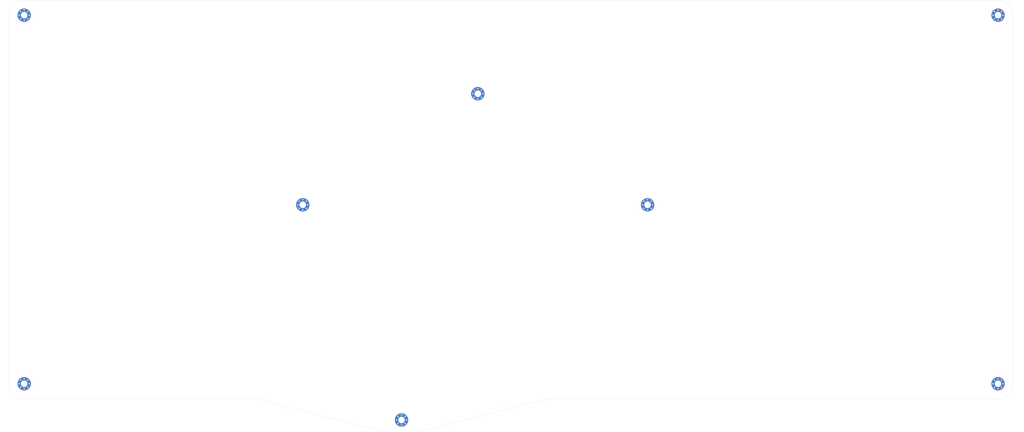
<source format=kicad_pcb>
(kicad_pcb (version 20171130) (host pcbnew 5.1.5+dfsg1-2build2)

  (general
    (thickness 1.6)
    (drawings 13)
    (tracks 0)
    (zones 0)
    (modules 8)
    (nets 2)
  )

  (page A3)
  (layers
    (0 F.Cu signal)
    (31 B.Cu signal)
    (32 B.Adhes user)
    (33 F.Adhes user)
    (34 B.Paste user)
    (35 F.Paste user)
    (36 B.SilkS user)
    (37 F.SilkS user)
    (38 B.Mask user)
    (39 F.Mask user)
    (40 Dwgs.User user)
    (41 Cmts.User user)
    (42 Eco1.User user)
    (43 Eco2.User user)
    (44 Edge.Cuts user)
    (45 Margin user)
    (46 B.CrtYd user)
    (47 F.CrtYd user)
    (48 B.Fab user)
    (49 F.Fab user)
  )

  (setup
    (last_trace_width 0.254)
    (user_trace_width 0.254)
    (trace_clearance 0.2)
    (zone_clearance 0.508)
    (zone_45_only no)
    (trace_min 0.2)
    (via_size 0.8)
    (via_drill 0.4)
    (via_min_size 0.4)
    (via_min_drill 0.3)
    (uvia_size 0.3)
    (uvia_drill 0.1)
    (uvias_allowed no)
    (uvia_min_size 0.2)
    (uvia_min_drill 0.1)
    (edge_width 0.05)
    (segment_width 0.2)
    (pcb_text_width 0.3)
    (pcb_text_size 1.5 1.5)
    (mod_edge_width 0.12)
    (mod_text_size 1 1)
    (mod_text_width 0.15)
    (pad_size 4.4 4.4)
    (pad_drill 2.2)
    (pad_to_mask_clearance 0.05)
    (aux_axis_origin 55.88 78.232)
    (grid_origin 55.89 78.232)
    (visible_elements 7FFFFFFF)
    (pcbplotparams
      (layerselection 0x010fc_ffffffff)
      (usegerberextensions false)
      (usegerberattributes true)
      (usegerberadvancedattributes true)
      (creategerberjobfile true)
      (excludeedgelayer true)
      (linewidth 0.100000)
      (plotframeref false)
      (viasonmask false)
      (mode 1)
      (useauxorigin false)
      (hpglpennumber 1)
      (hpglpenspeed 20)
      (hpglpendiameter 15.000000)
      (psnegative false)
      (psa4output false)
      (plotreference true)
      (plotvalue true)
      (plotinvisibletext false)
      (padsonsilk false)
      (subtractmaskfromsilk false)
      (outputformat 1)
      (mirror false)
      (drillshape 0)
      (scaleselection 1)
      (outputdirectory "gerber/"))
  )

  (net 0 "")
  (net 1 GND)

  (net_class Default "This is the default net class."
    (clearance 0.2)
    (trace_width 0.254)
    (via_dia 0.8)
    (via_drill 0.4)
    (uvia_dia 0.3)
    (uvia_drill 0.1)
  )

  (module keyboard:MountingHole_2.2mm_M2_Pad_Via (layer F.Cu) (tedit 613D0AD2) (tstamp 613D0ECB)
    (at 60.88 83.232)
    (descr "Mounting Hole 2.2mm, M2")
    (tags "mounting hole 2.2mm m2")
    (path /613EE8B0)
    (attr virtual)
    (fp_text reference MountBaseMiddleTop1 (at 0 -3.2) (layer F.SilkS) hide
      (effects (font (size 1 1) (thickness 0.15)))
    )
    (fp_text value MountingHole (at 0 3.2) (layer F.Fab)
      (effects (font (size 1 1) (thickness 0.15)))
    )
    (fp_circle (center 0 0) (end 2.2 0) (layer Cmts.User) (width 0.15))
    (fp_circle (center 0 0) (end 2.45 0) (layer F.CrtYd) (width 0.05))
    (fp_text user %R (at 0.3 0) (layer F.Fab)
      (effects (font (size 1 1) (thickness 0.15)))
    )
    (pad 1 thru_hole circle (at 1.166726 -1.166726) (size 0.7 0.7) (drill 0.4) (layers *.Cu *.Mask))
    (pad 1 thru_hole circle (at 0 -1.65) (size 0.7 0.7) (drill 0.4) (layers *.Cu *.Mask))
    (pad 1 thru_hole circle (at -1.166726 -1.166726) (size 0.7 0.7) (drill 0.4) (layers *.Cu *.Mask))
    (pad 1 thru_hole circle (at -1.65 0) (size 0.7 0.7) (drill 0.4) (layers *.Cu *.Mask))
    (pad 1 thru_hole circle (at -1.166726 1.166726) (size 0.7 0.7) (drill 0.4) (layers *.Cu *.Mask))
    (pad 1 thru_hole circle (at 0 1.65) (size 0.7 0.7) (drill 0.4) (layers *.Cu *.Mask))
    (pad 1 thru_hole circle (at 1.166726 1.166726) (size 0.7 0.7) (drill 0.4) (layers *.Cu *.Mask))
    (pad 1 thru_hole circle (at 1.65 0) (size 0.7 0.7) (drill 0.4) (layers *.Cu *.Mask))
    (pad 1 thru_hole circle (at 0 0) (size 4.4 4.4) (drill 2.2) (layers *.Cu *.Mask))
  )

  (module keyboard:MountingHole_2.2mm_M2_Pad_Via (layer F.Cu) (tedit 613D0AD2) (tstamp 613D0EDE)
    (at 60.89 205.232)
    (descr "Mounting Hole 2.2mm, M2")
    (tags "mounting hole 2.2mm m2")
    (path /613F05DB)
    (attr virtual)
    (fp_text reference MountBaseMiddleTop2 (at 0 -3.2) (layer F.SilkS) hide
      (effects (font (size 1 1) (thickness 0.15)))
    )
    (fp_text value MountingHole (at 0 3.2) (layer F.Fab)
      (effects (font (size 1 1) (thickness 0.15)))
    )
    (fp_circle (center 0 0) (end 2.2 0) (layer Cmts.User) (width 0.15))
    (fp_circle (center 0 0) (end 2.45 0) (layer F.CrtYd) (width 0.05))
    (fp_text user %R (at 0.3 0) (layer F.Fab)
      (effects (font (size 1 1) (thickness 0.15)))
    )
    (pad 1 thru_hole circle (at 1.166726 -1.166726) (size 0.7 0.7) (drill 0.4) (layers *.Cu *.Mask))
    (pad 1 thru_hole circle (at 0 -1.65) (size 0.7 0.7) (drill 0.4) (layers *.Cu *.Mask))
    (pad 1 thru_hole circle (at -1.166726 -1.166726) (size 0.7 0.7) (drill 0.4) (layers *.Cu *.Mask))
    (pad 1 thru_hole circle (at -1.65 0) (size 0.7 0.7) (drill 0.4) (layers *.Cu *.Mask))
    (pad 1 thru_hole circle (at -1.166726 1.166726) (size 0.7 0.7) (drill 0.4) (layers *.Cu *.Mask))
    (pad 1 thru_hole circle (at 0 1.65) (size 0.7 0.7) (drill 0.4) (layers *.Cu *.Mask))
    (pad 1 thru_hole circle (at 1.166726 1.166726) (size 0.7 0.7) (drill 0.4) (layers *.Cu *.Mask))
    (pad 1 thru_hole circle (at 1.65 0) (size 0.7 0.7) (drill 0.4) (layers *.Cu *.Mask))
    (pad 1 thru_hole circle (at 0 0) (size 4.4 4.4) (drill 2.2) (layers *.Cu *.Mask))
  )

  (module keyboard:MountingHole_2.2mm_M2_Pad_Via (layer F.Cu) (tedit 613D0AD2) (tstamp 613D98E4)
    (at 382.89 83.232)
    (descr "Mounting Hole 2.2mm, M2")
    (tags "mounting hole 2.2mm m2")
    (path /6140E5D0)
    (attr virtual)
    (fp_text reference MountBaseMiddleTop3 (at 0 -3.2) (layer F.SilkS) hide
      (effects (font (size 1 1) (thickness 0.15)))
    )
    (fp_text value MountingHole (at 0 3.2) (layer F.Fab)
      (effects (font (size 1 1) (thickness 0.15)))
    )
    (fp_circle (center 0 0) (end 2.2 0) (layer Cmts.User) (width 0.15))
    (fp_circle (center 0 0) (end 2.45 0) (layer F.CrtYd) (width 0.05))
    (fp_text user %R (at 0.3 0) (layer F.Fab)
      (effects (font (size 1 1) (thickness 0.15)))
    )
    (pad 1 thru_hole circle (at 1.166726 -1.166726) (size 0.7 0.7) (drill 0.4) (layers *.Cu *.Mask))
    (pad 1 thru_hole circle (at 0 -1.65) (size 0.7 0.7) (drill 0.4) (layers *.Cu *.Mask))
    (pad 1 thru_hole circle (at -1.166726 -1.166726) (size 0.7 0.7) (drill 0.4) (layers *.Cu *.Mask))
    (pad 1 thru_hole circle (at -1.65 0) (size 0.7 0.7) (drill 0.4) (layers *.Cu *.Mask))
    (pad 1 thru_hole circle (at -1.166726 1.166726) (size 0.7 0.7) (drill 0.4) (layers *.Cu *.Mask))
    (pad 1 thru_hole circle (at 0 1.65) (size 0.7 0.7) (drill 0.4) (layers *.Cu *.Mask))
    (pad 1 thru_hole circle (at 1.166726 1.166726) (size 0.7 0.7) (drill 0.4) (layers *.Cu *.Mask))
    (pad 1 thru_hole circle (at 1.65 0) (size 0.7 0.7) (drill 0.4) (layers *.Cu *.Mask))
    (pad 1 thru_hole circle (at 0 0) (size 4.4 4.4) (drill 2.2) (layers *.Cu *.Mask))
  )

  (module keyboard:MountingHole_2.2mm_M2_Pad_Via (layer F.Cu) (tedit 613D0AD2) (tstamp 613D9911)
    (at 382.89 205.232)
    (descr "Mounting Hole 2.2mm, M2")
    (tags "mounting hole 2.2mm m2")
    (path /6142C521)
    (attr virtual)
    (fp_text reference MountBaseMiddleTop4 (at 0 -3.2) (layer F.SilkS) hide
      (effects (font (size 1 1) (thickness 0.15)))
    )
    (fp_text value MountingHole (at 0 3.2) (layer F.Fab)
      (effects (font (size 1 1) (thickness 0.15)))
    )
    (fp_circle (center 0 0) (end 2.2 0) (layer Cmts.User) (width 0.15))
    (fp_circle (center 0 0) (end 2.45 0) (layer F.CrtYd) (width 0.05))
    (fp_text user %R (at 0.3 0) (layer F.Fab)
      (effects (font (size 1 1) (thickness 0.15)))
    )
    (pad 1 thru_hole circle (at 1.166726 -1.166726) (size 0.7 0.7) (drill 0.4) (layers *.Cu *.Mask))
    (pad 1 thru_hole circle (at 0 -1.65) (size 0.7 0.7) (drill 0.4) (layers *.Cu *.Mask))
    (pad 1 thru_hole circle (at -1.166726 -1.166726) (size 0.7 0.7) (drill 0.4) (layers *.Cu *.Mask))
    (pad 1 thru_hole circle (at -1.65 0) (size 0.7 0.7) (drill 0.4) (layers *.Cu *.Mask))
    (pad 1 thru_hole circle (at -1.166726 1.166726) (size 0.7 0.7) (drill 0.4) (layers *.Cu *.Mask))
    (pad 1 thru_hole circle (at 0 1.65) (size 0.7 0.7) (drill 0.4) (layers *.Cu *.Mask))
    (pad 1 thru_hole circle (at 1.166726 1.166726) (size 0.7 0.7) (drill 0.4) (layers *.Cu *.Mask))
    (pad 1 thru_hole circle (at 1.65 0) (size 0.7 0.7) (drill 0.4) (layers *.Cu *.Mask))
    (pad 1 thru_hole circle (at 0 0) (size 4.4 4.4) (drill 2.2) (layers *.Cu *.Mask))
  )

  (module keyboard:MountingHole_2.2mm_M2_Pad_Via (layer F.Cu) (tedit 613D0AD2) (tstamp 613D0F17)
    (at 267 146)
    (descr "Mounting Hole 2.2mm, M2")
    (tags "mounting hole 2.2mm m2")
    (path /6144A4AD)
    (attr virtual)
    (fp_text reference MountBaseMiddleTop5 (at 0 -3.2) (layer F.SilkS) hide
      (effects (font (size 1 1) (thickness 0.15)))
    )
    (fp_text value MountingHole (at 0 3.2) (layer F.Fab)
      (effects (font (size 1 1) (thickness 0.15)))
    )
    (fp_circle (center 0 0) (end 2.2 0) (layer Cmts.User) (width 0.15))
    (fp_circle (center 0 0) (end 2.45 0) (layer F.CrtYd) (width 0.05))
    (fp_text user %R (at 0.3 0) (layer F.Fab)
      (effects (font (size 1 1) (thickness 0.15)))
    )
    (pad 1 thru_hole circle (at 1.166726 -1.166726) (size 0.7 0.7) (drill 0.4) (layers *.Cu *.Mask))
    (pad 1 thru_hole circle (at 0 -1.65) (size 0.7 0.7) (drill 0.4) (layers *.Cu *.Mask))
    (pad 1 thru_hole circle (at -1.166726 -1.166726) (size 0.7 0.7) (drill 0.4) (layers *.Cu *.Mask))
    (pad 1 thru_hole circle (at -1.65 0) (size 0.7 0.7) (drill 0.4) (layers *.Cu *.Mask))
    (pad 1 thru_hole circle (at -1.166726 1.166726) (size 0.7 0.7) (drill 0.4) (layers *.Cu *.Mask))
    (pad 1 thru_hole circle (at 0 1.65) (size 0.7 0.7) (drill 0.4) (layers *.Cu *.Mask))
    (pad 1 thru_hole circle (at 1.166726 1.166726) (size 0.7 0.7) (drill 0.4) (layers *.Cu *.Mask))
    (pad 1 thru_hole circle (at 1.65 0) (size 0.7 0.7) (drill 0.4) (layers *.Cu *.Mask))
    (pad 1 thru_hole circle (at 0 0) (size 4.4 4.4) (drill 2.2) (layers *.Cu *.Mask))
  )

  (module keyboard:MountingHole_2.2mm_M2_Pad_Via (layer F.Cu) (tedit 613D0AD2) (tstamp 613D0F2A)
    (at 153 146)
    (descr "Mounting Hole 2.2mm, M2")
    (tags "mounting hole 2.2mm m2")
    (path /61468462)
    (attr virtual)
    (fp_text reference MountBaseMiddleTop6 (at 0 -3.2) (layer F.SilkS) hide
      (effects (font (size 1 1) (thickness 0.15)))
    )
    (fp_text value MountingHole (at 0 3.2) (layer F.Fab)
      (effects (font (size 1 1) (thickness 0.15)))
    )
    (fp_circle (center 0 0) (end 2.2 0) (layer Cmts.User) (width 0.15))
    (fp_circle (center 0 0) (end 2.45 0) (layer F.CrtYd) (width 0.05))
    (fp_text user %R (at 0.3 0) (layer F.Fab)
      (effects (font (size 1 1) (thickness 0.15)))
    )
    (pad 1 thru_hole circle (at 1.166726 -1.166726) (size 0.7 0.7) (drill 0.4) (layers *.Cu *.Mask))
    (pad 1 thru_hole circle (at 0 -1.65) (size 0.7 0.7) (drill 0.4) (layers *.Cu *.Mask))
    (pad 1 thru_hole circle (at -1.166726 -1.166726) (size 0.7 0.7) (drill 0.4) (layers *.Cu *.Mask))
    (pad 1 thru_hole circle (at -1.65 0) (size 0.7 0.7) (drill 0.4) (layers *.Cu *.Mask))
    (pad 1 thru_hole circle (at -1.166726 1.166726) (size 0.7 0.7) (drill 0.4) (layers *.Cu *.Mask))
    (pad 1 thru_hole circle (at 0 1.65) (size 0.7 0.7) (drill 0.4) (layers *.Cu *.Mask))
    (pad 1 thru_hole circle (at 1.166726 1.166726) (size 0.7 0.7) (drill 0.4) (layers *.Cu *.Mask))
    (pad 1 thru_hole circle (at 1.65 0) (size 0.7 0.7) (drill 0.4) (layers *.Cu *.Mask))
    (pad 1 thru_hole circle (at 0 0) (size 4.4 4.4) (drill 2.2) (layers *.Cu *.Mask))
  )

  (module keyboard:MountingHole_2.2mm_M2_Pad_Via (layer F.Cu) (tedit 613D0AD2) (tstamp 613D0F3D)
    (at 210.89 109.232)
    (descr "Mounting Hole 2.2mm, M2")
    (tags "mounting hole 2.2mm m2")
    (path /615C07FA)
    (attr virtual)
    (fp_text reference MountBaseMiddleTop7 (at 0 -3.2) (layer F.SilkS) hide
      (effects (font (size 1 1) (thickness 0.15)))
    )
    (fp_text value MountingHole (at 0 3.2) (layer F.Fab)
      (effects (font (size 1 1) (thickness 0.15)))
    )
    (fp_circle (center 0 0) (end 2.2 0) (layer Cmts.User) (width 0.15))
    (fp_circle (center 0 0) (end 2.45 0) (layer F.CrtYd) (width 0.05))
    (fp_text user %R (at 0.3 0) (layer F.Fab)
      (effects (font (size 1 1) (thickness 0.15)))
    )
    (pad 1 thru_hole circle (at 1.166726 -1.166726) (size 0.7 0.7) (drill 0.4) (layers *.Cu *.Mask))
    (pad 1 thru_hole circle (at 0 -1.65) (size 0.7 0.7) (drill 0.4) (layers *.Cu *.Mask))
    (pad 1 thru_hole circle (at -1.166726 -1.166726) (size 0.7 0.7) (drill 0.4) (layers *.Cu *.Mask))
    (pad 1 thru_hole circle (at -1.65 0) (size 0.7 0.7) (drill 0.4) (layers *.Cu *.Mask))
    (pad 1 thru_hole circle (at -1.166726 1.166726) (size 0.7 0.7) (drill 0.4) (layers *.Cu *.Mask))
    (pad 1 thru_hole circle (at 0 1.65) (size 0.7 0.7) (drill 0.4) (layers *.Cu *.Mask))
    (pad 1 thru_hole circle (at 1.166726 1.166726) (size 0.7 0.7) (drill 0.4) (layers *.Cu *.Mask))
    (pad 1 thru_hole circle (at 1.65 0) (size 0.7 0.7) (drill 0.4) (layers *.Cu *.Mask))
    (pad 1 thru_hole circle (at 0 0) (size 4.4 4.4) (drill 2.2) (layers *.Cu *.Mask))
  )

  (module keyboard:MountingHole_2.2mm_M2_Pad_Via (layer F.Cu) (tedit 613D0AD2) (tstamp 613D0F50)
    (at 185.65 217.232)
    (descr "Mounting Hole 2.2mm, M2")
    (tags "mounting hole 2.2mm m2")
    (path /615C0800)
    (attr virtual)
    (fp_text reference MountBaseMiddleTop8 (at 0 -3.2) (layer F.SilkS) hide
      (effects (font (size 1 1) (thickness 0.15)))
    )
    (fp_text value MountingHole (at 0 3.2) (layer F.Fab)
      (effects (font (size 1 1) (thickness 0.15)))
    )
    (fp_circle (center 0 0) (end 2.2 0) (layer Cmts.User) (width 0.15))
    (fp_circle (center 0 0) (end 2.45 0) (layer F.CrtYd) (width 0.05))
    (fp_text user %R (at 0.3 0) (layer F.Fab)
      (effects (font (size 1 1) (thickness 0.15)))
    )
    (pad 1 thru_hole circle (at 1.166726 -1.166726) (size 0.7 0.7) (drill 0.4) (layers *.Cu *.Mask))
    (pad 1 thru_hole circle (at 0 -1.65) (size 0.7 0.7) (drill 0.4) (layers *.Cu *.Mask))
    (pad 1 thru_hole circle (at -1.166726 -1.166726) (size 0.7 0.7) (drill 0.4) (layers *.Cu *.Mask))
    (pad 1 thru_hole circle (at -1.65 0) (size 0.7 0.7) (drill 0.4) (layers *.Cu *.Mask))
    (pad 1 thru_hole circle (at -1.166726 1.166726) (size 0.7 0.7) (drill 0.4) (layers *.Cu *.Mask))
    (pad 1 thru_hole circle (at 0 1.65) (size 0.7 0.7) (drill 0.4) (layers *.Cu *.Mask))
    (pad 1 thru_hole circle (at 1.166726 1.166726) (size 0.7 0.7) (drill 0.4) (layers *.Cu *.Mask))
    (pad 1 thru_hole circle (at 1.65 0) (size 0.7 0.7) (drill 0.4) (layers *.Cu *.Mask))
    (pad 1 thru_hole circle (at 0 0) (size 4.4 4.4) (drill 2.2) (layers *.Cu *.Mask))
  )

  (gr_line (start 137.89 210.232) (end 60.89 210.232) (layer Edge.Cuts) (width 0.05) (tstamp 613D753D))
  (gr_line (start 179.89 221.232) (end 137.89 210.232) (layer Edge.Cuts) (width 0.05))
  (gr_line (start 190.89 221.232) (end 179.89 221.232) (layer Edge.Cuts) (width 0.05))
  (gr_line (start 233.89 210.232) (end 190.89 221.232) (layer Edge.Cuts) (width 0.05))
  (gr_line (start 382.89 210.232) (end 233.89 210.232) (layer Edge.Cuts) (width 0.05))
  (gr_arc (start 382.89 83.232) (end 387.89 83.232) (angle -90) (layer Edge.Cuts) (width 0.05) (tstamp 613D9936))
  (gr_arc (start 60.89 83.232) (end 60.89 78.232) (angle -90) (layer Edge.Cuts) (width 0.05) (tstamp 613D74FB))
  (gr_arc (start 60.89 205.232) (end 55.89 205.232) (angle -90) (layer Edge.Cuts) (width 0.05) (tstamp 613D74FB))
  (gr_arc (start 382.89 205.232) (end 382.89 210.232) (angle -90) (layer Edge.Cuts) (width 0.05) (tstamp 613D9930))
  (gr_line (start 387.89 108.966) (end 387.89 83.232) (layer Edge.Cuts) (width 0.05) (tstamp 613D9933))
  (gr_line (start 382.89 78.232) (end 60.89 78.232) (layer Edge.Cuts) (width 0.05) (tstamp 6132191F))
  (gr_line (start 387.89 205.232) (end 387.89 108.966) (layer Edge.Cuts) (width 0.05) (tstamp 613D9939))
  (gr_line (start 55.89 83.232) (end 55.89 205.232) (layer Edge.Cuts) (width 0.05))

  (zone (net 1) (net_name GND) (layer B.Cu) (tstamp 613D4131) (hatch edge 0.508)
    (connect_pads (clearance 0.508))
    (min_thickness 0.254)
    (fill yes (arc_segments 32) (thermal_gap 0.508) (thermal_bridge_width 0.508))
    (polygon
      (pts
        (xy 387.89 210.232) (xy 233.89 210.232) (xy 190.89 221.232) (xy 179.89 221.232) (xy 137.89 210.232)
        (xy 55.89 210.232) (xy 55.89 78.232) (xy 387.89 78.232)
      )
    )
  )
  (zone (net 1) (net_name GND) (layer F.Cu) (tstamp 613D412E) (hatch edge 0.508)
    (connect_pads (clearance 0.508))
    (min_thickness 0.254)
    (fill yes (arc_segments 32) (thermal_gap 0.508) (thermal_bridge_width 0.508))
    (polygon
      (pts
        (xy 387.89 210.232) (xy 233.89 210.232) (xy 190.89 221.232) (xy 179.89 221.232) (xy 137.89 210.232)
        (xy 55.89 210.232) (xy 55.89 78.232) (xy 387.89 78.232)
      )
    )
  )
)

</source>
